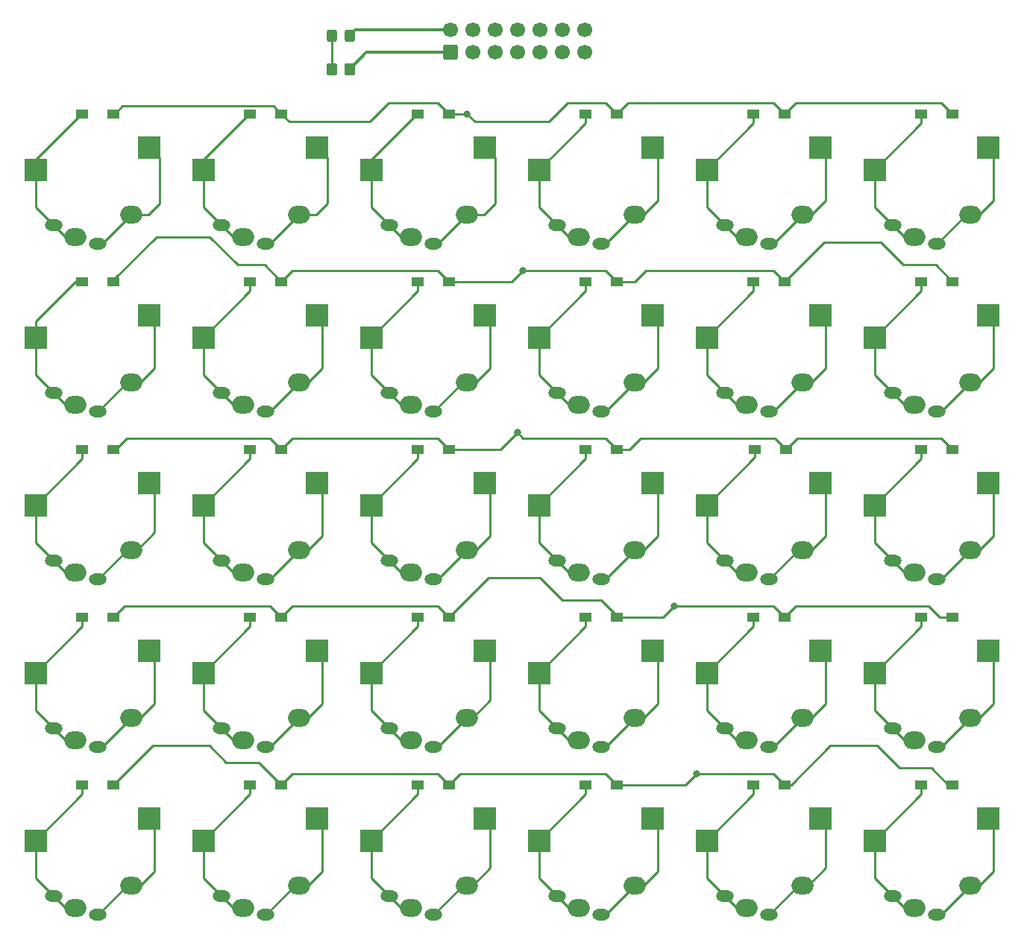
<source format=gbl>
%TF.GenerationSoftware,KiCad,Pcbnew,(6.0.5-0)*%
%TF.CreationDate,2022-06-17T00:42:47+08:00*%
%TF.ProjectId,Pragmatic,50726167-6d61-4746-9963-2e6b69636164,3*%
%TF.SameCoordinates,PX9157080PY3680a30*%
%TF.FileFunction,Copper,L2,Bot*%
%TF.FilePolarity,Positive*%
%FSLAX46Y46*%
G04 Gerber Fmt 4.6, Leading zero omitted, Abs format (unit mm)*
G04 Created by KiCad (PCBNEW (6.0.5-0)) date 2022-06-17 00:42:47*
%MOMM*%
%LPD*%
G01*
G04 APERTURE LIST*
G04 Aperture macros list*
%AMRoundRect*
0 Rectangle with rounded corners*
0 $1 Rounding radius*
0 $2 $3 $4 $5 $6 $7 $8 $9 X,Y pos of 4 corners*
0 Add a 4 corners polygon primitive as box body*
4,1,4,$2,$3,$4,$5,$6,$7,$8,$9,$2,$3,0*
0 Add four circle primitives for the rounded corners*
1,1,$1+$1,$2,$3*
1,1,$1+$1,$4,$5*
1,1,$1+$1,$6,$7*
1,1,$1+$1,$8,$9*
0 Add four rect primitives between the rounded corners*
20,1,$1+$1,$2,$3,$4,$5,0*
20,1,$1+$1,$4,$5,$6,$7,0*
20,1,$1+$1,$6,$7,$8,$9,0*
20,1,$1+$1,$8,$9,$2,$3,0*%
G04 Aperture macros list end*
%TA.AperFunction,ComponentPad*%
%ADD10O,2.000000X1.300000*%
%TD*%
%TA.AperFunction,SMDPad,CuDef*%
%ADD11R,2.550000X2.500000*%
%TD*%
%TA.AperFunction,ComponentPad*%
%ADD12O,2.500000X2.000000*%
%TD*%
%TA.AperFunction,ComponentPad*%
%ADD13RoundRect,0.250000X0.600000X-0.600000X0.600000X0.600000X-0.600000X0.600000X-0.600000X-0.600000X0*%
%TD*%
%TA.AperFunction,ComponentPad*%
%ADD14C,1.700000*%
%TD*%
%TA.AperFunction,SMDPad,CuDef*%
%ADD15R,1.400000X1.000000*%
%TD*%
%TA.AperFunction,SMDPad,CuDef*%
%ADD16RoundRect,0.250000X0.325000X0.450000X-0.325000X0.450000X-0.325000X-0.450000X0.325000X-0.450000X0*%
%TD*%
%TA.AperFunction,SMDPad,CuDef*%
%ADD17RoundRect,0.250000X0.350000X0.450000X-0.350000X0.450000X-0.350000X-0.450000X0.350000X-0.450000X0*%
%TD*%
%TA.AperFunction,ViaPad*%
%ADD18C,0.800000*%
%TD*%
%TA.AperFunction,Conductor*%
%ADD19C,0.250000*%
%TD*%
%TA.AperFunction,Conductor*%
%ADD20C,0.355600*%
%TD*%
G04 APERTURE END LIST*
D10*
X-100250000Y-3800000D03*
D11*
X-102335000Y2540000D03*
D12*
X-97790000Y-5080000D03*
X-91440000Y-2540000D03*
D11*
X-89408000Y5080000D03*
D10*
X-95250000Y-5900000D03*
X-100250000Y-22850000D03*
D11*
X-102335000Y-16510000D03*
D12*
X-97790000Y-24130000D03*
X-91440000Y-21590000D03*
D11*
X-89408000Y-13970000D03*
D10*
X-95250000Y-24950000D03*
X-81200000Y-22850000D03*
D11*
X-83285000Y-16510000D03*
D12*
X-78740000Y-24130000D03*
X-72390000Y-21590000D03*
D11*
X-70358000Y-13970000D03*
D10*
X-76200000Y-24950000D03*
X-81200000Y-3800000D03*
D11*
X-83285000Y2540000D03*
D12*
X-78740000Y-5080000D03*
X-72390000Y-2540000D03*
D11*
X-70358000Y5080000D03*
D10*
X-76200000Y-5900000D03*
X-62150000Y-3800000D03*
D11*
X-64235000Y2540000D03*
D12*
X-59690000Y-5080000D03*
X-53340000Y-2540000D03*
D11*
X-51308000Y5080000D03*
D10*
X-57150000Y-5900000D03*
X-43100000Y-3800000D03*
D11*
X-45185000Y2540000D03*
D12*
X-40640000Y-5080000D03*
X-34290000Y-2540000D03*
D11*
X-32258000Y5080000D03*
D10*
X-38100000Y-5900000D03*
X-24050000Y-3800000D03*
D11*
X-26135000Y2540000D03*
D12*
X-21590000Y-5080000D03*
X-15240000Y-2540000D03*
D11*
X-13208000Y5080000D03*
D10*
X-19050000Y-5900000D03*
X-5000000Y-3800000D03*
D11*
X-7085000Y2540000D03*
D12*
X-2540000Y-5080000D03*
X3810000Y-2540000D03*
D11*
X5842000Y5080000D03*
D10*
X0Y-5900000D03*
X-62150000Y-22850000D03*
D11*
X-64235000Y-16510000D03*
D12*
X-59690000Y-24130000D03*
X-53340000Y-21590000D03*
D11*
X-51308000Y-13970000D03*
D10*
X-57150000Y-24950000D03*
X-43100000Y-22850000D03*
D11*
X-45185000Y-16510000D03*
D12*
X-40640000Y-24130000D03*
X-34290000Y-21590000D03*
D11*
X-32258000Y-13970000D03*
D10*
X-38100000Y-24950000D03*
X-24050000Y-22850000D03*
D11*
X-26135000Y-16510000D03*
D12*
X-21590000Y-24130000D03*
X-15240000Y-21590000D03*
D11*
X-13208000Y-13970000D03*
D10*
X-19050000Y-24950000D03*
X-5000000Y-22850000D03*
D11*
X-7085000Y-16510000D03*
D12*
X-2540000Y-24130000D03*
X3810000Y-21590000D03*
D11*
X5842000Y-13970000D03*
D10*
X0Y-24950000D03*
X-100250000Y-41900000D03*
D11*
X-102335000Y-35560000D03*
D12*
X-97790000Y-43180000D03*
X-91440000Y-40640000D03*
D11*
X-89408000Y-33020000D03*
D10*
X-95250000Y-44000000D03*
X-81200000Y-41900000D03*
D11*
X-83285000Y-35560000D03*
D12*
X-78740000Y-43180000D03*
X-72390000Y-40640000D03*
D11*
X-70358000Y-33020000D03*
D10*
X-76200000Y-44000000D03*
X-62150000Y-41900000D03*
D11*
X-64235000Y-35560000D03*
D12*
X-59690000Y-43180000D03*
X-53340000Y-40640000D03*
D11*
X-51308000Y-33020000D03*
D10*
X-57150000Y-44000000D03*
X-43100000Y-41900000D03*
D11*
X-45185000Y-35560000D03*
D12*
X-40640000Y-43180000D03*
X-34290000Y-40640000D03*
D11*
X-32258000Y-33020000D03*
D10*
X-38100000Y-44000000D03*
X-24050000Y-41900000D03*
D11*
X-26135000Y-35560000D03*
D12*
X-21590000Y-43180000D03*
X-15240000Y-40640000D03*
D11*
X-13208000Y-33020000D03*
D10*
X-19050000Y-44000000D03*
X-5000000Y-41900000D03*
D11*
X-7085000Y-35560000D03*
D12*
X-2540000Y-43180000D03*
X3810000Y-40640000D03*
D11*
X5842000Y-33020000D03*
D10*
X0Y-44000000D03*
X-100250000Y-60950000D03*
D11*
X-102335000Y-54610000D03*
D12*
X-97790000Y-62230000D03*
X-91440000Y-59690000D03*
D11*
X-89408000Y-52070000D03*
D10*
X-95250000Y-63050000D03*
X-81200000Y-60950000D03*
D11*
X-83285000Y-54610000D03*
D12*
X-78740000Y-62230000D03*
X-72390000Y-59690000D03*
D11*
X-70358000Y-52070000D03*
D10*
X-76200000Y-63050000D03*
X-62150000Y-60950000D03*
D11*
X-64235000Y-54610000D03*
D12*
X-59690000Y-62230000D03*
X-53340000Y-59690000D03*
D11*
X-51308000Y-52070000D03*
D10*
X-57150000Y-63050000D03*
X-43100000Y-60950000D03*
D11*
X-45185000Y-54610000D03*
D12*
X-40640000Y-62230000D03*
X-34290000Y-59690000D03*
D11*
X-32258000Y-52070000D03*
D10*
X-38100000Y-63050000D03*
X-24050000Y-60950000D03*
D11*
X-26135000Y-54610000D03*
D12*
X-21590000Y-62230000D03*
X-15240000Y-59690000D03*
D11*
X-13208000Y-52070000D03*
D10*
X-19050000Y-63050000D03*
X-5000000Y-60950000D03*
D11*
X-7085000Y-54610000D03*
D12*
X-2540000Y-62230000D03*
X3810000Y-59690000D03*
D11*
X5842000Y-52070000D03*
D10*
X0Y-63050000D03*
X-100250000Y-80000000D03*
D11*
X-102335000Y-73660000D03*
D12*
X-97790000Y-81280000D03*
X-91440000Y-78740000D03*
D11*
X-89408000Y-71120000D03*
D10*
X-95250000Y-82100000D03*
X-81200000Y-80000000D03*
D11*
X-83285000Y-73660000D03*
D12*
X-78740000Y-81280000D03*
X-72390000Y-78740000D03*
D11*
X-70358000Y-71120000D03*
D10*
X-76200000Y-82100000D03*
X-62150000Y-80000000D03*
D11*
X-64235000Y-73660000D03*
D12*
X-59690000Y-81280000D03*
X-53340000Y-78740000D03*
D11*
X-51308000Y-71120000D03*
D10*
X-57150000Y-82100000D03*
X-43100000Y-80000000D03*
D11*
X-45185000Y-73660000D03*
D12*
X-40640000Y-81280000D03*
X-34290000Y-78740000D03*
D11*
X-32258000Y-71120000D03*
D10*
X-38100000Y-82100000D03*
X-24050000Y-80000000D03*
D11*
X-26135000Y-73660000D03*
D12*
X-21590000Y-81280000D03*
X-15240000Y-78740000D03*
D11*
X-13208000Y-71120000D03*
D10*
X-19050000Y-82100000D03*
X-5000000Y-80000000D03*
D11*
X-7085000Y-73660000D03*
D12*
X-2540000Y-81280000D03*
X3810000Y-78740000D03*
D11*
X5842000Y-71120000D03*
D10*
X0Y-82100000D03*
D13*
X-55245000Y15875000D03*
D14*
X-55245000Y18415000D03*
X-52705000Y15875000D03*
X-52705000Y18415000D03*
X-50165000Y15875000D03*
X-50165000Y18415000D03*
X-47625000Y15875000D03*
X-47625000Y18415000D03*
X-45085000Y15875000D03*
X-45085000Y18415000D03*
X-42545000Y15875000D03*
X-42545000Y18415000D03*
X-40005000Y15875000D03*
X-40005000Y18415000D03*
D15*
X-93475000Y8890000D03*
X-97025000Y8890000D03*
X-93475000Y-10160000D03*
X-97025000Y-10160000D03*
X-74425000Y-10160000D03*
X-77975000Y-10160000D03*
X-74425000Y8890000D03*
X-77975000Y8890000D03*
X-55375000Y8890000D03*
X-58925000Y8890000D03*
X-36325000Y8890000D03*
X-39875000Y8890000D03*
X-17275000Y8890000D03*
X-20825000Y8890000D03*
X1775000Y8890000D03*
X-1775000Y8890000D03*
X-55375000Y-10160000D03*
X-58925000Y-10160000D03*
X-36325000Y-10160000D03*
X-39875000Y-10160000D03*
X-17275000Y-10160000D03*
X-20825000Y-10160000D03*
X1775000Y-10160000D03*
X-1775000Y-10160000D03*
X-93475000Y-29210000D03*
X-97025000Y-29210000D03*
X-74425000Y-29210000D03*
X-77975000Y-29210000D03*
X-55375000Y-29210000D03*
X-58925000Y-29210000D03*
X-36325000Y-29210000D03*
X-39875000Y-29210000D03*
X-17145000Y-29210000D03*
X-20695000Y-29210000D03*
X1775000Y-29210000D03*
X-1775000Y-29210000D03*
X-93475000Y-48260000D03*
X-97025000Y-48260000D03*
X-74425000Y-48260000D03*
X-77975000Y-48260000D03*
X-55375000Y-48260000D03*
X-58925000Y-48260000D03*
X-36325000Y-48260000D03*
X-39875000Y-48260000D03*
X-17275000Y-48260000D03*
X-20825000Y-48260000D03*
X1775000Y-48260000D03*
X-1775000Y-48260000D03*
X-93475000Y-67310000D03*
X-97025000Y-67310000D03*
X-74425000Y-67310000D03*
X-77975000Y-67310000D03*
X-55375000Y-67310000D03*
X-58925000Y-67310000D03*
X-36325000Y-67310000D03*
X-39875000Y-67310000D03*
X-17275000Y-67310000D03*
X-20825000Y-67310000D03*
X1775000Y-67310000D03*
X-1775000Y-67310000D03*
D16*
X-66675000Y17780000D03*
X-68725000Y17780000D03*
D17*
X-66675000Y13970000D03*
X-68675000Y13970000D03*
D18*
X-89408000Y-71120000D03*
X-89408000Y-33020000D03*
X-89408000Y-52070000D03*
X-89408000Y5080000D03*
X-89535000Y-13970000D03*
X-53340000Y8890000D03*
X-51308000Y5080000D03*
X-51308000Y-13970000D03*
X-51308000Y-33020000D03*
X-51308000Y-71120000D03*
X-51308000Y-52070000D03*
X-70358000Y-52070000D03*
X-70358000Y-33020000D03*
X-70358000Y-13970000D03*
X-70358000Y5080000D03*
X-70358000Y-71120000D03*
X-46990000Y-8890000D03*
X-47625000Y-27305000D03*
X-29845000Y-46990000D03*
X-27305000Y-66040000D03*
X5842000Y-33020000D03*
X5842000Y5080000D03*
X5842000Y-52070000D03*
X5842000Y-71120000D03*
X5842000Y-13970000D03*
X-13208000Y-71120000D03*
X-13208000Y5080000D03*
X-13208000Y-52070000D03*
X-13208000Y-33020000D03*
X-13208000Y-13970000D03*
X-32258000Y-71120000D03*
X-32258000Y-13970000D03*
X-32385000Y5080000D03*
X-32258000Y-52070000D03*
X-32258000Y-33020000D03*
D19*
X-97025000Y8890000D02*
X-97155000Y8890000D01*
X-102335000Y2540000D02*
X-102335000Y-1715000D01*
X-97155000Y8890000D02*
X-102335000Y3710000D01*
X-102335000Y-1715000D02*
X-98970000Y-5080000D01*
X-102335000Y3710000D02*
X-102335000Y2540000D01*
X-98970000Y-5080000D02*
X-97790000Y-5080000D01*
X-83285000Y3710000D02*
X-83285000Y2540000D01*
X-79920000Y-5080000D02*
X-78740000Y-5080000D01*
X-77975000Y8890000D02*
X-78105000Y8890000D01*
X-83285000Y2540000D02*
X-83285000Y-1715000D01*
X-78105000Y8890000D02*
X-83285000Y3710000D01*
X-83285000Y-1715000D02*
X-79920000Y-5080000D01*
X-88845479Y-33582521D02*
X-88845479Y-38648636D01*
X-91440000Y-78740000D02*
X-91890000Y-78740000D01*
X-89535000Y-2540000D02*
X-91440000Y-2540000D01*
X-88265000Y-1270000D02*
X-89535000Y-2540000D01*
X-88265000Y3937000D02*
X-88265000Y-1270000D01*
X-91440000Y-2540000D02*
X-94800000Y-5900000D01*
X-91890000Y-40640000D02*
X-95250000Y-44000000D01*
X-90440000Y-78740000D02*
X-91440000Y-78740000D01*
X-90440000Y-21590000D02*
X-88845479Y-19995479D01*
X-89408000Y5080000D02*
X-88265000Y3937000D01*
X-91440000Y-21590000D02*
X-91890000Y-21590000D01*
X-94800000Y-63050000D02*
X-95250000Y-63050000D01*
X-90836843Y-40640000D02*
X-91440000Y-40640000D01*
X-94800000Y-5900000D02*
X-95250000Y-5900000D01*
X-91890000Y-78740000D02*
X-95250000Y-82100000D01*
X-88845479Y-58095479D02*
X-90440000Y-59690000D01*
X-88845479Y-38648636D02*
X-90836843Y-40640000D01*
X-91890000Y-21590000D02*
X-95250000Y-24950000D01*
X-88845479Y-19995479D02*
X-88845479Y-14659521D01*
X-88845479Y-71682521D02*
X-88845479Y-77145479D01*
X-89408000Y-71120000D02*
X-88845479Y-71682521D01*
X-91440000Y-59690000D02*
X-94800000Y-63050000D01*
X-91440000Y-40640000D02*
X-91890000Y-40640000D01*
X-89408000Y-33020000D02*
X-88845479Y-33582521D01*
X-89408000Y-52070000D02*
X-88845479Y-52632521D01*
X-88845479Y-52632521D02*
X-88845479Y-58095479D01*
X-88845479Y-77145479D02*
X-90440000Y-78740000D01*
X-91440000Y-21590000D02*
X-90440000Y-21590000D01*
X-90440000Y-59690000D02*
X-91440000Y-59690000D01*
X-88845479Y-14659521D02*
X-89535000Y-13970000D01*
X-102335000Y-16510000D02*
X-102335000Y-20765000D01*
X-97790000Y-10160000D02*
X-102335000Y-14705000D01*
X-97025000Y-10160000D02*
X-97790000Y-10160000D01*
X-98970000Y-24130000D02*
X-97790000Y-24130000D01*
X-102335000Y-14705000D02*
X-102335000Y-16510000D01*
X-102335000Y-20765000D02*
X-98970000Y-24130000D01*
X-53340000Y8890000D02*
X-52461489Y8011489D01*
X-44058511Y8011489D02*
X-41910000Y10160000D01*
X-52461489Y8011489D02*
X-44058511Y8011489D01*
X-18545000Y10160000D02*
X-17275000Y8890000D01*
X-37595000Y10160000D02*
X-36325000Y8890000D01*
X-36325000Y8890000D02*
X-35055000Y10160000D01*
X-16005000Y10160000D02*
X-17275000Y8890000D01*
X-53340000Y8890000D02*
X-55375000Y8890000D01*
X1775000Y8890000D02*
X505000Y10160000D01*
X-73546489Y8011489D02*
X-64378511Y8011489D01*
X-64378511Y8011489D02*
X-62230000Y10160000D01*
X505000Y10160000D02*
X-16005000Y10160000D01*
X-92466489Y9768511D02*
X-75303511Y9768511D01*
X-75303511Y9768511D02*
X-74425000Y8890000D01*
X-93345000Y8890000D02*
X-92466489Y9768511D01*
X-41910000Y10160000D02*
X-37595000Y10160000D01*
X-56645000Y10160000D02*
X-55375000Y8890000D01*
X-62230000Y10160000D02*
X-56645000Y10160000D01*
X-74425000Y8890000D02*
X-73546489Y8011489D01*
X-35055000Y10160000D02*
X-18545000Y10160000D01*
X-93475000Y8890000D02*
X-93345000Y8890000D01*
X-77975000Y-10160000D02*
X-77975000Y-11200000D01*
X-83285000Y-16510000D02*
X-83285000Y-20765000D01*
X-77975000Y-11200000D02*
X-83285000Y-16510000D01*
X-83285000Y-20765000D02*
X-79920000Y-24130000D01*
X-79920000Y-24130000D02*
X-78740000Y-24130000D01*
D20*
X-66675000Y13970000D02*
X-64770000Y15875000D01*
X-64770000Y15875000D02*
X-55245000Y15875000D01*
D19*
X-52736843Y-78740000D02*
X-53340000Y-78740000D01*
X-50745479Y-76748636D02*
X-52736843Y-78740000D01*
X-51308000Y-13970000D02*
X-50745479Y-14532521D01*
X-52340000Y-40640000D02*
X-53340000Y-40640000D01*
X-53340000Y-78740000D02*
X-53790000Y-78740000D01*
X-51435000Y-2540000D02*
X-53340000Y-2540000D01*
X-53340000Y-40640000D02*
X-56700000Y-44000000D01*
X-50745479Y-52632521D02*
X-50745479Y-57730479D01*
X-53340000Y-21590000D02*
X-53790000Y-21590000D01*
X-50165000Y-1270000D02*
X-51435000Y-2540000D01*
X-51308000Y5080000D02*
X-50165000Y3937000D01*
X-50165000Y3937000D02*
X-50165000Y-1270000D01*
X-56700000Y-63050000D02*
X-57150000Y-63050000D01*
X-50745479Y-19995479D02*
X-52340000Y-21590000D01*
X-53790000Y-21590000D02*
X-57150000Y-24950000D01*
X-53340000Y-2540000D02*
X-56700000Y-5900000D01*
X-56700000Y-5900000D02*
X-57150000Y-5900000D01*
X-52340000Y-21590000D02*
X-53340000Y-21590000D01*
X-50745479Y-39045479D02*
X-52340000Y-40640000D01*
X-51308000Y-71120000D02*
X-50745479Y-71682521D01*
X-50745479Y-71682521D02*
X-50745479Y-76748636D01*
X-51308000Y-33020000D02*
X-50745479Y-33582521D01*
X-53790000Y-78740000D02*
X-57150000Y-82100000D01*
X-52705000Y-59690000D02*
X-53340000Y-59690000D01*
X-51308000Y-52070000D02*
X-50745479Y-52632521D01*
X-50745479Y-57730479D02*
X-52705000Y-59690000D01*
X-56700000Y-44000000D02*
X-57150000Y-44000000D01*
X-53340000Y-59690000D02*
X-56700000Y-63050000D01*
X-50745479Y-33582521D02*
X-50745479Y-39045479D01*
X-50745479Y-14532521D02*
X-50745479Y-19995479D01*
X-69795479Y-19995479D02*
X-71390000Y-21590000D01*
X-71390000Y-21590000D02*
X-72390000Y-21590000D01*
X-70358000Y-13970000D02*
X-69795479Y-14532521D01*
X-72390000Y-21590000D02*
X-75750000Y-24950000D01*
X-75750000Y-5900000D02*
X-76200000Y-5900000D01*
X-69795479Y-52632521D02*
X-69795479Y-58095479D01*
X-69795479Y-58095479D02*
X-71390000Y-59690000D01*
X-75750000Y-44000000D02*
X-76200000Y-44000000D01*
X-69795479Y-39045479D02*
X-71390000Y-40640000D01*
X-72840000Y-78740000D02*
X-76200000Y-82100000D01*
X-71390000Y-40640000D02*
X-72390000Y-40640000D01*
X-72390000Y-2540000D02*
X-75750000Y-5900000D01*
X-75750000Y-63050000D02*
X-76200000Y-63050000D01*
X-75750000Y-24950000D02*
X-76200000Y-24950000D01*
X-70358000Y-33020000D02*
X-69795479Y-33582521D01*
X-69215000Y-1270000D02*
X-70485000Y-2540000D01*
X-72390000Y-59690000D02*
X-75750000Y-63050000D01*
X-70358000Y-52070000D02*
X-69795479Y-52632521D01*
X-69215000Y3937000D02*
X-69215000Y-1270000D01*
X-69795479Y-14532521D02*
X-69795479Y-19995479D01*
X-72390000Y-40640000D02*
X-75750000Y-44000000D01*
X-69795479Y-33582521D02*
X-69795479Y-39045479D01*
X-69795479Y-77145479D02*
X-71390000Y-78740000D01*
X-70485000Y-2540000D02*
X-72390000Y-2540000D01*
X-71390000Y-78740000D02*
X-72390000Y-78740000D01*
X-70358000Y5080000D02*
X-69215000Y3937000D01*
X-72390000Y-78740000D02*
X-72840000Y-78740000D01*
X-69795479Y-71682521D02*
X-69795479Y-77145479D01*
X-70358000Y-71120000D02*
X-69795479Y-71682521D01*
X-71390000Y-59690000D02*
X-72390000Y-59690000D01*
X-36325000Y-10160000D02*
X-34290000Y-10160000D01*
X-33020000Y-8890000D02*
X-18545000Y-8890000D01*
X-74425000Y-10160000D02*
X-73155000Y-8890000D01*
X-37595000Y-8890000D02*
X-46990000Y-8890000D01*
X-48260000Y-10160000D02*
X-46990000Y-8890000D01*
X-73155000Y-8890000D02*
X-56645000Y-8890000D01*
X-79375000Y-8255000D02*
X-76330000Y-8255000D01*
X-6350000Y-5715000D02*
X-12830000Y-5715000D01*
X-93475000Y-10160000D02*
X-93475000Y-9972500D01*
X-130000Y-8255000D02*
X-3810000Y-8255000D01*
X-56645000Y-8890000D02*
X-55375000Y-10160000D01*
X-34290000Y-10160000D02*
X-33020000Y-8890000D01*
X-36325000Y-10160000D02*
X-37595000Y-8890000D01*
X-3810000Y-8255000D02*
X-6350000Y-5715000D01*
X-82550000Y-5080000D02*
X-79375000Y-8255000D01*
X-76330000Y-8255000D02*
X-74425000Y-10160000D01*
X-18545000Y-8890000D02*
X-17275000Y-10160000D01*
X-12830000Y-5715000D02*
X-17275000Y-10160000D01*
X-55375000Y-10160000D02*
X-48260000Y-10160000D01*
X1775000Y-10160000D02*
X-130000Y-8255000D01*
X-88582500Y-5080000D02*
X-82550000Y-5080000D01*
X-93475000Y-9972500D02*
X-88582500Y-5080000D01*
D20*
X-66040000Y18415000D02*
X-66675000Y17780000D01*
X-55245000Y18415000D02*
X-66040000Y18415000D01*
D19*
X-36325000Y-29210000D02*
X-34925000Y-29210000D01*
X-93475000Y-29210000D02*
X-93275000Y-29210000D01*
X-47625000Y-27305000D02*
X-49530000Y-29210000D01*
X-92005000Y-27940000D02*
X-75695000Y-27940000D01*
X505000Y-27940000D02*
X1775000Y-29210000D01*
X-33655000Y-27940000D02*
X-18415000Y-27940000D01*
X-47625000Y-27305000D02*
X-46990000Y-27940000D01*
X-93275000Y-29210000D02*
X-92005000Y-27940000D01*
X-56645000Y-27940000D02*
X-73155000Y-27940000D01*
X-75695000Y-27940000D02*
X-74425000Y-29210000D01*
X-46990000Y-27940000D02*
X-37595000Y-27940000D01*
X-37595000Y-27940000D02*
X-36325000Y-29210000D01*
X-17145000Y-29210000D02*
X-15875000Y-27940000D01*
X-49530000Y-29210000D02*
X-55375000Y-29210000D01*
X-55375000Y-29210000D02*
X-56645000Y-27940000D01*
X-18415000Y-27940000D02*
X-17145000Y-29210000D01*
X-15875000Y-27940000D02*
X505000Y-27940000D01*
X-73155000Y-27940000D02*
X-74425000Y-29210000D01*
X-34925000Y-29210000D02*
X-33655000Y-27940000D01*
X-17275000Y-48260000D02*
X-18545000Y-46990000D01*
X-74425000Y-48260000D02*
X-75695000Y-46990000D01*
X-36325000Y-48260000D02*
X-31115000Y-48260000D01*
X-18545000Y-46990000D02*
X-29845000Y-46990000D01*
X-38100000Y-46355000D02*
X-42545000Y-46355000D01*
X-929521Y-46990000D02*
X-16005000Y-46990000D01*
X-31115000Y-48260000D02*
X-29845000Y-46990000D01*
X-92205000Y-46990000D02*
X-93475000Y-48260000D01*
X-50930000Y-43815000D02*
X-55375000Y-48260000D01*
X-45085000Y-43815000D02*
X-50930000Y-43815000D01*
X-75695000Y-46990000D02*
X-92205000Y-46990000D01*
X1775000Y-48260000D02*
X340479Y-48260000D01*
X-36325000Y-48260000D02*
X-36325000Y-48130000D01*
X-16005000Y-46990000D02*
X-17275000Y-48260000D01*
X-55375000Y-48260000D02*
X-56645000Y-46990000D01*
X340479Y-48260000D02*
X-929521Y-46990000D01*
X-56645000Y-46990000D02*
X-73155000Y-46990000D01*
X-42545000Y-46355000D02*
X-45085000Y-43815000D01*
X-36325000Y-48130000D02*
X-38100000Y-46355000D01*
X-73155000Y-46990000D02*
X-74425000Y-48260000D01*
X-37595000Y-66040000D02*
X-54105000Y-66040000D01*
X-80718631Y-64770000D02*
X-82623631Y-62865000D01*
X1270000Y-67310000D02*
X-635000Y-65405000D01*
X-55375000Y-67310000D02*
X-56645000Y-66040000D01*
X-12130000Y-62865000D02*
X-16575000Y-67310000D01*
X-18545000Y-66040000D02*
X-27305000Y-66040000D01*
X-56645000Y-66040000D02*
X-73155000Y-66040000D01*
X-6814760Y-62865000D02*
X-12130000Y-62865000D01*
X-28575000Y-67310000D02*
X-27305000Y-66040000D01*
X-4274760Y-65405000D02*
X-6814760Y-62865000D01*
X-54105000Y-66040000D02*
X-55375000Y-67310000D01*
X-36325000Y-67310000D02*
X-28575000Y-67310000D01*
X-82623631Y-62865000D02*
X-89030000Y-62865000D01*
X-89030000Y-62865000D02*
X-93475000Y-67310000D01*
X-73155000Y-66040000D02*
X-74425000Y-67310000D01*
X-76965000Y-64770000D02*
X-80718631Y-64770000D01*
X-74425000Y-67310000D02*
X-76965000Y-64770000D01*
X-16575000Y-67310000D02*
X-17275000Y-67310000D01*
X1775000Y-67310000D02*
X1270000Y-67310000D01*
X-17275000Y-67310000D02*
X-18545000Y-66040000D01*
X-635000Y-65405000D02*
X-4274760Y-65405000D01*
X-36325000Y-67310000D02*
X-37595000Y-66040000D01*
X450000Y-82100000D02*
X0Y-82100000D01*
X4810000Y-21590000D02*
X3810000Y-21590000D01*
X5842000Y-13970000D02*
X6404521Y-14532521D01*
X6404521Y-945479D02*
X4810000Y-2540000D01*
X3810000Y-78740000D02*
X450000Y-82100000D01*
X450000Y-44000000D02*
X0Y-44000000D01*
X6404521Y-19995479D02*
X4810000Y-21590000D01*
X6404521Y-77145479D02*
X4810000Y-78740000D01*
X6404521Y-58095479D02*
X4810000Y-59690000D01*
X5842000Y-52070000D02*
X6404521Y-52632521D01*
X4810000Y-59690000D02*
X3810000Y-59690000D01*
X6404521Y-33582521D02*
X6404521Y-39045479D01*
X3810000Y-21590000D02*
X450000Y-24950000D01*
X5842000Y-33020000D02*
X6404521Y-33582521D01*
X450000Y-63050000D02*
X0Y-63050000D01*
X6404521Y-52632521D02*
X6404521Y-58095479D01*
X4810000Y-40640000D02*
X3810000Y-40640000D01*
X3810000Y-40640000D02*
X450000Y-44000000D01*
X4810000Y-2540000D02*
X3810000Y-2540000D01*
X3810000Y-59690000D02*
X450000Y-63050000D01*
X5842000Y5080000D02*
X6404521Y4517479D01*
X3360000Y-2540000D02*
X0Y-5900000D01*
X6404521Y4517479D02*
X6404521Y-945479D01*
X450000Y-24950000D02*
X0Y-24950000D01*
X6404521Y-39045479D02*
X4810000Y-40640000D01*
X6404521Y-14532521D02*
X6404521Y-19995479D01*
X3810000Y-2540000D02*
X3360000Y-2540000D01*
X5842000Y-71120000D02*
X6404521Y-71682521D01*
X4810000Y-78740000D02*
X3810000Y-78740000D01*
X6404521Y-71682521D02*
X6404521Y-77145479D01*
X-12645479Y-58095479D02*
X-14240000Y-59690000D01*
X-12645479Y-19995479D02*
X-14240000Y-21590000D01*
X-12645479Y-39045479D02*
X-14240000Y-40640000D01*
X-12645479Y-945479D02*
X-14240000Y-2540000D01*
X-14240000Y-2540000D02*
X-15240000Y-2540000D01*
X-18600000Y-63050000D02*
X-19050000Y-63050000D01*
X-13208000Y5080000D02*
X-12645479Y4517479D01*
X-12645479Y-14532521D02*
X-12645479Y-19995479D01*
X-18600000Y-24950000D02*
X-19050000Y-24950000D01*
X-13208000Y-33020000D02*
X-12645479Y-33582521D01*
X-14240000Y-40640000D02*
X-15240000Y-40640000D01*
X-12645479Y-76748636D02*
X-14636843Y-78740000D01*
X-15690000Y-40640000D02*
X-19050000Y-44000000D01*
X-12645479Y-33582521D02*
X-12645479Y-39045479D01*
X-15240000Y-78740000D02*
X-15690000Y-78740000D01*
X-13208000Y-71120000D02*
X-12645479Y-71682521D01*
X-12645479Y-71682521D02*
X-12645479Y-76748636D01*
X-15240000Y-21590000D02*
X-18600000Y-24950000D01*
X-15690000Y-78740000D02*
X-19050000Y-82100000D01*
X-12645479Y4517479D02*
X-12645479Y-945479D01*
X-14240000Y-21590000D02*
X-15240000Y-21590000D01*
X-14636843Y-78740000D02*
X-15240000Y-78740000D01*
X-15240000Y-40640000D02*
X-15690000Y-40640000D01*
X-14240000Y-59690000D02*
X-15240000Y-59690000D01*
X-15240000Y-59690000D02*
X-18600000Y-63050000D01*
X-13208000Y-52070000D02*
X-12645479Y-52632521D01*
X-13208000Y-13970000D02*
X-12645479Y-14532521D01*
X-18600000Y-5900000D02*
X-19050000Y-5900000D01*
X-12645479Y-52632521D02*
X-12645479Y-58095479D01*
X-15240000Y-2540000D02*
X-18600000Y-5900000D01*
X-31695479Y-77145479D02*
X-33290000Y-78740000D01*
X-31695479Y-52632521D02*
X-31695479Y-58095479D01*
X-37650000Y-24950000D02*
X-38100000Y-24950000D01*
X-31695479Y-945479D02*
X-33290000Y-2540000D01*
X-34290000Y-40640000D02*
X-33290000Y-40640000D01*
X-31695479Y-71682521D02*
X-31695479Y-77145479D01*
X-34290000Y-78740000D02*
X-37650000Y-82100000D01*
X-31695479Y-58095479D02*
X-33290000Y-59690000D01*
X-34290000Y-21590000D02*
X-37650000Y-24950000D01*
X-31695479Y-14532521D02*
X-31695479Y-19995479D01*
X-33290000Y-78740000D02*
X-34290000Y-78740000D01*
X-31695479Y4517479D02*
X-31695479Y-945479D01*
X-33290000Y-2540000D02*
X-34290000Y-2540000D01*
X-33290000Y-21590000D02*
X-34290000Y-21590000D01*
X-32258000Y5080000D02*
X-31695479Y4517479D01*
X-32258000Y-52070000D02*
X-31695479Y-52632521D01*
X-32258000Y-71120000D02*
X-31695479Y-71682521D01*
X-33290000Y-40640000D02*
X-31695479Y-39045479D01*
X-34290000Y-2540000D02*
X-37650000Y-5900000D01*
X-33290000Y-59690000D02*
X-34290000Y-59690000D01*
X-37650000Y-44000000D02*
X-38100000Y-44000000D01*
X-32258000Y-13970000D02*
X-31695479Y-14532521D01*
X-31695479Y-33582521D02*
X-32258000Y-33020000D01*
X-31695479Y-19995479D02*
X-33290000Y-21590000D01*
X-31695479Y-39045479D02*
X-31695479Y-33582521D01*
X-37650000Y-5900000D02*
X-38100000Y-5900000D01*
X-37650000Y-63050000D02*
X-38100000Y-63050000D01*
X-37650000Y-82100000D02*
X-38100000Y-82100000D01*
X-34290000Y-40640000D02*
X-37650000Y-44000000D01*
X-34290000Y-59690000D02*
X-37650000Y-63050000D01*
X-68675000Y17730000D02*
X-68675000Y13970000D01*
X-68725000Y17780000D02*
X-68675000Y17730000D01*
X-64235000Y-1715000D02*
X-60870000Y-5080000D01*
X-64235000Y2540000D02*
X-64235000Y-1715000D01*
X-60870000Y-5080000D02*
X-59690000Y-5080000D01*
X-58925000Y8890000D02*
X-59055000Y8890000D01*
X-59055000Y8890000D02*
X-64235000Y3710000D01*
X-64235000Y3710000D02*
X-64235000Y2540000D01*
X-45185000Y-1715000D02*
X-41820000Y-5080000D01*
X-45185000Y2540000D02*
X-45185000Y-1715000D01*
X-39875000Y8890000D02*
X-39875000Y7850000D01*
X-39875000Y7850000D02*
X-45185000Y2540000D01*
X-41820000Y-5080000D02*
X-40640000Y-5080000D01*
X-26135000Y-1715000D02*
X-22770000Y-5080000D01*
X-20825000Y8890000D02*
X-20825000Y7850000D01*
X-20825000Y7850000D02*
X-26135000Y2540000D01*
X-26135000Y2540000D02*
X-26135000Y-1715000D01*
X-22770000Y-5080000D02*
X-21590000Y-5080000D01*
X-1775000Y7850000D02*
X-7085000Y2540000D01*
X-1775000Y8890000D02*
X-1775000Y7850000D01*
X-7085000Y2540000D02*
X-7085000Y-1715000D01*
X-3720000Y-5080000D02*
X-2540000Y-5080000D01*
X-7085000Y-1715000D02*
X-3720000Y-5080000D01*
X-60870000Y-24130000D02*
X-59690000Y-24130000D01*
X-64235000Y-20765000D02*
X-60870000Y-24130000D01*
X-58925000Y-11200000D02*
X-64235000Y-16510000D01*
X-64235000Y-16510000D02*
X-64235000Y-20765000D01*
X-58925000Y-10160000D02*
X-58925000Y-11200000D01*
X-41820000Y-24130000D02*
X-40640000Y-24130000D01*
X-45185000Y-20765000D02*
X-41820000Y-24130000D01*
X-39875000Y-11200000D02*
X-45185000Y-16510000D01*
X-45185000Y-16510000D02*
X-45185000Y-20765000D01*
X-39875000Y-10160000D02*
X-39875000Y-11200000D01*
X-26135000Y-20765000D02*
X-22770000Y-24130000D01*
X-20825000Y-11200000D02*
X-26135000Y-16510000D01*
X-26135000Y-16510000D02*
X-26135000Y-20765000D01*
X-20825000Y-10160000D02*
X-20825000Y-11200000D01*
X-22770000Y-24130000D02*
X-21590000Y-24130000D01*
X-3720000Y-24130000D02*
X-2540000Y-24130000D01*
X-1775000Y-10160000D02*
X-1775000Y-11200000D01*
X-1775000Y-11200000D02*
X-7085000Y-16510000D01*
X-7085000Y-16510000D02*
X-7085000Y-20765000D01*
X-7085000Y-20765000D02*
X-3720000Y-24130000D01*
X-102335000Y-35560000D02*
X-102335000Y-39815000D01*
X-97025000Y-30250000D02*
X-102335000Y-35560000D01*
X-98970000Y-43180000D02*
X-97790000Y-43180000D01*
X-102335000Y-39815000D02*
X-98970000Y-43180000D01*
X-97025000Y-29210000D02*
X-97025000Y-30250000D01*
X-77975000Y-30250000D02*
X-83285000Y-35560000D01*
X-77975000Y-29210000D02*
X-77975000Y-30250000D01*
X-83285000Y-35560000D02*
X-83285000Y-39815000D01*
X-79920000Y-43180000D02*
X-78740000Y-43180000D01*
X-83285000Y-39815000D02*
X-79920000Y-43180000D01*
X-64235000Y-35560000D02*
X-64235000Y-39815000D01*
X-58925000Y-30250000D02*
X-64235000Y-35560000D01*
X-64235000Y-39815000D02*
X-60870000Y-43180000D01*
X-60870000Y-43180000D02*
X-59690000Y-43180000D01*
X-58925000Y-29210000D02*
X-58925000Y-30250000D01*
X-45185000Y-35560000D02*
X-45185000Y-39815000D01*
X-39875000Y-29210000D02*
X-39875000Y-30250000D01*
X-41820000Y-43180000D02*
X-40640000Y-43180000D01*
X-39875000Y-30250000D02*
X-45185000Y-35560000D01*
X-45185000Y-39815000D02*
X-41820000Y-43180000D01*
X-20695000Y-30120000D02*
X-20695000Y-29210000D01*
X-26135000Y-35560000D02*
X-26135000Y-39815000D01*
X-22770000Y-43180000D02*
X-21590000Y-43180000D01*
X-26135000Y-39815000D02*
X-22770000Y-43180000D01*
X-26135000Y-35560000D02*
X-20695000Y-30120000D01*
X-1775000Y-29210000D02*
X-1775000Y-30250000D01*
X-7085000Y-39815000D02*
X-3720000Y-43180000D01*
X-3720000Y-43180000D02*
X-2540000Y-43180000D01*
X-7085000Y-35560000D02*
X-7085000Y-39815000D01*
X-1775000Y-30250000D02*
X-7085000Y-35560000D01*
X-97025000Y-49300000D02*
X-102335000Y-54610000D01*
X-102335000Y-58865000D02*
X-98970000Y-62230000D01*
X-97025000Y-48260000D02*
X-97025000Y-49300000D01*
X-102335000Y-54610000D02*
X-102335000Y-58865000D01*
X-98970000Y-62230000D02*
X-97790000Y-62230000D01*
X-77975000Y-48260000D02*
X-77975000Y-49300000D01*
X-79920000Y-62230000D02*
X-78740000Y-62230000D01*
X-83285000Y-58865000D02*
X-79920000Y-62230000D01*
X-77975000Y-49300000D02*
X-83285000Y-54610000D01*
X-83285000Y-54610000D02*
X-83285000Y-58865000D01*
X-64235000Y-58865000D02*
X-60870000Y-62230000D01*
X-60870000Y-62230000D02*
X-59690000Y-62230000D01*
X-64235000Y-54610000D02*
X-64235000Y-58865000D01*
X-58925000Y-49300000D02*
X-64235000Y-54610000D01*
X-58925000Y-48260000D02*
X-58925000Y-49300000D01*
X-39875000Y-48260000D02*
X-39875000Y-49300000D01*
X-45185000Y-54610000D02*
X-45185000Y-58865000D01*
X-41820000Y-62230000D02*
X-40640000Y-62230000D01*
X-39875000Y-49300000D02*
X-45185000Y-54610000D01*
X-45185000Y-58865000D02*
X-41820000Y-62230000D01*
X-20825000Y-49300000D02*
X-26135000Y-54610000D01*
X-20825000Y-48260000D02*
X-20825000Y-49300000D01*
X-26135000Y-54610000D02*
X-26135000Y-58865000D01*
X-26135000Y-58865000D02*
X-22770000Y-62230000D01*
X-22770000Y-62230000D02*
X-21590000Y-62230000D01*
X-3720000Y-62230000D02*
X-2540000Y-62230000D01*
X-7085000Y-58865000D02*
X-3720000Y-62230000D01*
X-1775000Y-48260000D02*
X-1775000Y-49300000D01*
X-7085000Y-54610000D02*
X-7085000Y-58865000D01*
X-1775000Y-49300000D02*
X-7085000Y-54610000D01*
X-97025000Y-68350000D02*
X-102335000Y-73660000D01*
X-98970000Y-81280000D02*
X-97790000Y-81280000D01*
X-102335000Y-73660000D02*
X-102335000Y-77915000D01*
X-97025000Y-67310000D02*
X-97025000Y-68350000D01*
X-102335000Y-77915000D02*
X-98970000Y-81280000D01*
X-77975000Y-68350000D02*
X-83285000Y-73660000D01*
X-79920000Y-81280000D02*
X-78740000Y-81280000D01*
X-83285000Y-73660000D02*
X-83285000Y-77915000D01*
X-77975000Y-67310000D02*
X-77975000Y-68350000D01*
X-83285000Y-77915000D02*
X-79920000Y-81280000D01*
X-64235000Y-73660000D02*
X-64235000Y-77915000D01*
X-58925000Y-67310000D02*
X-58925000Y-68350000D01*
X-64235000Y-77915000D02*
X-60870000Y-81280000D01*
X-58925000Y-68350000D02*
X-64235000Y-73660000D01*
X-60870000Y-81280000D02*
X-59690000Y-81280000D01*
X-39875000Y-68350000D02*
X-45185000Y-73660000D01*
X-41820000Y-81280000D02*
X-40640000Y-81280000D01*
X-45185000Y-77915000D02*
X-41820000Y-81280000D01*
X-39875000Y-67310000D02*
X-39875000Y-68350000D01*
X-45185000Y-73660000D02*
X-45185000Y-77915000D01*
X-26135000Y-73660000D02*
X-26135000Y-77915000D01*
X-20825000Y-67310000D02*
X-20825000Y-68350000D01*
X-20825000Y-68350000D02*
X-26135000Y-73660000D01*
X-22770000Y-81280000D02*
X-21590000Y-81280000D01*
X-26135000Y-77915000D02*
X-22770000Y-81280000D01*
X-7085000Y-77915000D02*
X-3720000Y-81280000D01*
X-1775000Y-67310000D02*
X-1775000Y-68350000D01*
X-7085000Y-73660000D02*
X-7085000Y-77915000D01*
X-1775000Y-68350000D02*
X-7085000Y-73660000D01*
X-3720000Y-81280000D02*
X-2540000Y-81280000D01*
M02*

</source>
